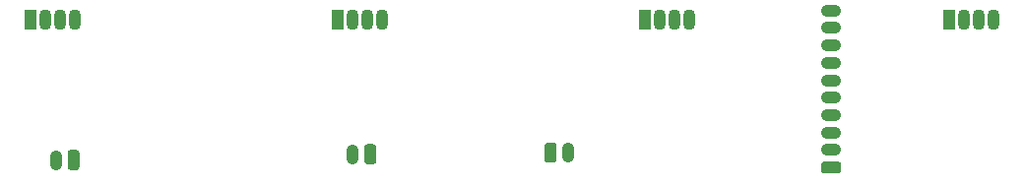
<source format=gbr>
G04 #@! TF.GenerationSoftware,KiCad,Pcbnew,(5.1.9)-1*
G04 #@! TF.CreationDate,2021-02-09T21:25:51+02:00*
G04 #@! TF.ProjectId,jantteri-secondary,6a616e74-7465-4726-992d-7365636f6e64,rev?*
G04 #@! TF.SameCoordinates,Original*
G04 #@! TF.FileFunction,Soldermask,Bot*
G04 #@! TF.FilePolarity,Negative*
%FSLAX46Y46*%
G04 Gerber Fmt 4.6, Leading zero omitted, Abs format (unit mm)*
G04 Created by KiCad (PCBNEW (5.1.9)-1) date 2021-02-09 21:25:51*
%MOMM*%
%LPD*%
G01*
G04 APERTURE LIST*
%ADD10O,1.070000X1.800000*%
%ADD11R,1.070000X1.800000*%
%ADD12O,1.030000X1.730000*%
%ADD13O,1.730000X1.030000*%
G04 APERTURE END LIST*
D10*
X111506000Y-67564000D03*
X110236000Y-67564000D03*
X108966000Y-67564000D03*
D11*
X107696000Y-67564000D03*
X54864000Y-67564000D03*
D10*
X56134000Y-67564000D03*
X57404000Y-67564000D03*
X58674000Y-67564000D03*
D11*
X133858000Y-67564000D03*
D10*
X135128000Y-67564000D03*
X136398000Y-67564000D03*
X137668000Y-67564000D03*
X85090000Y-67564000D03*
X83820000Y-67564000D03*
X82550000Y-67564000D03*
D11*
X81280000Y-67564000D03*
G36*
G01*
X59062000Y-79013999D02*
X59062000Y-80244001D01*
G75*
G02*
X58812001Y-80494000I-249999J0D01*
G01*
X58281999Y-80494000D01*
G75*
G02*
X58032000Y-80244001I0J249999D01*
G01*
X58032000Y-79013999D01*
G75*
G02*
X58281999Y-78764000I249999J0D01*
G01*
X58812001Y-78764000D01*
G75*
G02*
X59062000Y-79013999I0J-249999D01*
G01*
G37*
D12*
X57047000Y-79629000D03*
G36*
G01*
X84589000Y-78505999D02*
X84589000Y-79736001D01*
G75*
G02*
X84339001Y-79986000I-249999J0D01*
G01*
X83808999Y-79986000D01*
G75*
G02*
X83559000Y-79736001I0J249999D01*
G01*
X83559000Y-78505999D01*
G75*
G02*
X83808999Y-78256000I249999J0D01*
G01*
X84339001Y-78256000D01*
G75*
G02*
X84589000Y-78505999I0J-249999D01*
G01*
G37*
X82574000Y-79121000D03*
X101068000Y-78994000D03*
G36*
G01*
X99053000Y-79609001D02*
X99053000Y-78378999D01*
G75*
G02*
X99302999Y-78129000I249999J0D01*
G01*
X99833001Y-78129000D01*
G75*
G02*
X100083000Y-78378999I0J-249999D01*
G01*
X100083000Y-79609001D01*
G75*
G02*
X99833001Y-79859000I-249999J0D01*
G01*
X99302999Y-79859000D01*
G75*
G02*
X99053000Y-79609001I0J249999D01*
G01*
G37*
G36*
G01*
X124313001Y-80779000D02*
X123082999Y-80779000D01*
G75*
G02*
X122833000Y-80529001I0J249999D01*
G01*
X122833000Y-79998999D01*
G75*
G02*
X123082999Y-79749000I249999J0D01*
G01*
X124313001Y-79749000D01*
G75*
G02*
X124563000Y-79998999I0J-249999D01*
G01*
X124563000Y-80529001D01*
G75*
G02*
X124313001Y-80779000I-249999J0D01*
G01*
G37*
D13*
X123698000Y-78764000D03*
X123698000Y-77264000D03*
X123698000Y-75764000D03*
X123698000Y-74264000D03*
X123698000Y-72764000D03*
X123698000Y-71264000D03*
X123698000Y-69764000D03*
X123698000Y-68264000D03*
X123698000Y-66764000D03*
M02*

</source>
